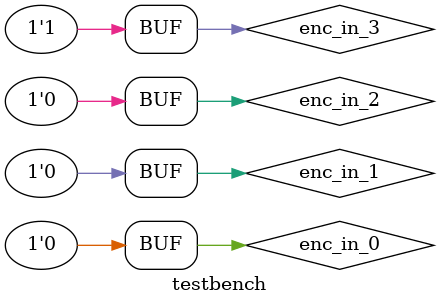
<source format=v>
module testbench;
    reg enc_in_0;
    reg enc_in_1;
    reg enc_in_2;
    reg enc_in_3;
    wire [1:0] enc_out;

    encoder uut_encoder(
        .enc_in_0(enc_in_0),
        .enc_in_1(enc_in_1),
        .enc_in_2(enc_in_2),
        .enc_in_3(enc_in_3),
        .enc_out(enc_out)
    );

    initial begin
        enc_in_0 = 1;
        enc_in_1 = 0;
        enc_in_2 = 0;
        enc_in_3 = 0;
        #5;

        enc_in_0 = 0;
        enc_in_1 = 1;
        enc_in_2 = 0;
        enc_in_3 = 0;
        #5;

        enc_in_0 = 0;
        enc_in_1 = 0;
        enc_in_2 = 1;
        enc_in_3 = 0;
        #5;

        enc_in_0 = 0;
        enc_in_1 = 0;
        enc_in_2 = 0;
        enc_in_3 = 1;
        #5;   
    end
endmodule
</source>
